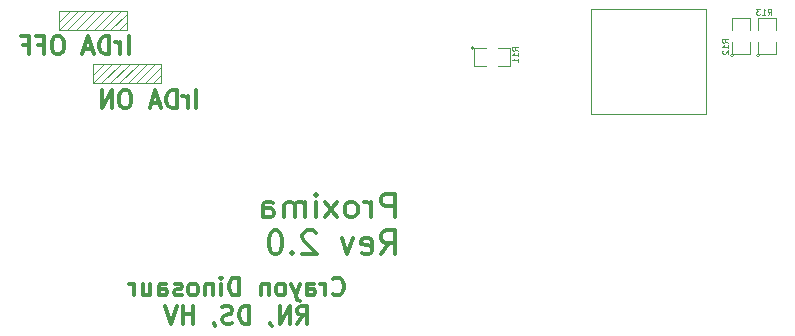
<source format=gbo>
G04 (created by PCBNEW (2013-jul-07)-stable) date Tue 03 Mar 2015 12:58:17 PM EST*
%MOIN*%
G04 Gerber Fmt 3.4, Leading zero omitted, Abs format*
%FSLAX34Y34*%
G01*
G70*
G90*
G04 APERTURE LIST*
%ADD10C,0.00590551*%
%ADD11C,0.00393701*%
%ADD12C,0.011811*%
%ADD13C,0.0039*%
%ADD14C,0.0043*%
G04 APERTURE END LIST*
G54D10*
G54D11*
X66840Y-46380D02*
X66840Y-47020D01*
X66840Y-47020D02*
X69100Y-47020D01*
X69100Y-47020D02*
X69100Y-46380D01*
X69100Y-46380D02*
X66840Y-46380D01*
X67200Y-46380D02*
X66840Y-46740D01*
X66840Y-47020D02*
X67480Y-46380D01*
X67120Y-47020D02*
X67760Y-46380D01*
X67420Y-47020D02*
X68060Y-46380D01*
X67720Y-47020D02*
X68360Y-46380D01*
X68000Y-47020D02*
X68640Y-46380D01*
X68280Y-47020D02*
X68920Y-46380D01*
X68560Y-47020D02*
X69100Y-46480D01*
X68840Y-47020D02*
X69100Y-46760D01*
G54D12*
X70274Y-47859D02*
X70274Y-47268D01*
X69993Y-47859D02*
X69993Y-47465D01*
X69993Y-47577D02*
X69965Y-47521D01*
X69937Y-47493D01*
X69881Y-47465D01*
X69824Y-47465D01*
X69628Y-47859D02*
X69628Y-47268D01*
X69487Y-47268D01*
X69403Y-47296D01*
X69346Y-47352D01*
X69318Y-47409D01*
X69290Y-47521D01*
X69290Y-47605D01*
X69318Y-47718D01*
X69346Y-47774D01*
X69403Y-47830D01*
X69487Y-47859D01*
X69628Y-47859D01*
X69065Y-47690D02*
X68784Y-47690D01*
X69121Y-47859D02*
X68924Y-47268D01*
X68728Y-47859D01*
X67968Y-47268D02*
X67856Y-47268D01*
X67800Y-47296D01*
X67743Y-47352D01*
X67715Y-47465D01*
X67715Y-47662D01*
X67743Y-47774D01*
X67800Y-47830D01*
X67856Y-47859D01*
X67968Y-47859D01*
X68025Y-47830D01*
X68081Y-47774D01*
X68109Y-47662D01*
X68109Y-47465D01*
X68081Y-47352D01*
X68025Y-47296D01*
X67968Y-47268D01*
X67462Y-47859D02*
X67462Y-47268D01*
X67125Y-47859D01*
X67125Y-47268D01*
X68031Y-46059D02*
X68031Y-45468D01*
X67750Y-46059D02*
X67750Y-45665D01*
X67750Y-45777D02*
X67722Y-45721D01*
X67694Y-45693D01*
X67637Y-45665D01*
X67581Y-45665D01*
X67384Y-46059D02*
X67384Y-45468D01*
X67244Y-45468D01*
X67159Y-45496D01*
X67103Y-45552D01*
X67075Y-45609D01*
X67047Y-45721D01*
X67047Y-45805D01*
X67075Y-45918D01*
X67103Y-45974D01*
X67159Y-46030D01*
X67244Y-46059D01*
X67384Y-46059D01*
X66822Y-45890D02*
X66541Y-45890D01*
X66878Y-46059D02*
X66681Y-45468D01*
X66484Y-46059D01*
X65725Y-45468D02*
X65613Y-45468D01*
X65556Y-45496D01*
X65500Y-45552D01*
X65472Y-45665D01*
X65472Y-45862D01*
X65500Y-45974D01*
X65556Y-46030D01*
X65613Y-46059D01*
X65725Y-46059D01*
X65781Y-46030D01*
X65838Y-45974D01*
X65866Y-45862D01*
X65866Y-45665D01*
X65838Y-45552D01*
X65781Y-45496D01*
X65725Y-45468D01*
X65022Y-45749D02*
X65219Y-45749D01*
X65219Y-46059D02*
X65219Y-45468D01*
X64938Y-45468D01*
X64516Y-45749D02*
X64713Y-45749D01*
X64713Y-46059D02*
X64713Y-45468D01*
X64432Y-45468D01*
G54D11*
X67700Y-45260D02*
X67960Y-45000D01*
X67420Y-45260D02*
X67960Y-44720D01*
X67140Y-45260D02*
X67780Y-44620D01*
X66860Y-45260D02*
X67500Y-44620D01*
X66580Y-45260D02*
X67220Y-44620D01*
X66280Y-45260D02*
X66920Y-44620D01*
X65980Y-45260D02*
X66620Y-44620D01*
X65700Y-45260D02*
X66340Y-44620D01*
X66060Y-44620D02*
X65700Y-44980D01*
X67960Y-44620D02*
X65700Y-44620D01*
X67960Y-45260D02*
X67960Y-44620D01*
X65700Y-45260D02*
X67960Y-45260D01*
X65700Y-44620D02*
X65700Y-45260D01*
G54D12*
X74831Y-54041D02*
X74859Y-54069D01*
X74943Y-54097D01*
X75000Y-54097D01*
X75084Y-54069D01*
X75140Y-54012D01*
X75168Y-53956D01*
X75196Y-53844D01*
X75196Y-53759D01*
X75168Y-53647D01*
X75140Y-53591D01*
X75084Y-53534D01*
X75000Y-53506D01*
X74943Y-53506D01*
X74859Y-53534D01*
X74831Y-53562D01*
X74578Y-54097D02*
X74578Y-53703D01*
X74578Y-53816D02*
X74550Y-53759D01*
X74521Y-53731D01*
X74465Y-53703D01*
X74409Y-53703D01*
X73959Y-54097D02*
X73959Y-53787D01*
X73987Y-53731D01*
X74043Y-53703D01*
X74156Y-53703D01*
X74212Y-53731D01*
X73959Y-54069D02*
X74015Y-54097D01*
X74156Y-54097D01*
X74212Y-54069D01*
X74240Y-54012D01*
X74240Y-53956D01*
X74212Y-53900D01*
X74156Y-53872D01*
X74015Y-53872D01*
X73959Y-53844D01*
X73734Y-53703D02*
X73593Y-54097D01*
X73453Y-53703D02*
X73593Y-54097D01*
X73650Y-54237D01*
X73678Y-54266D01*
X73734Y-54294D01*
X73143Y-54097D02*
X73200Y-54069D01*
X73228Y-54041D01*
X73256Y-53984D01*
X73256Y-53816D01*
X73228Y-53759D01*
X73200Y-53731D01*
X73143Y-53703D01*
X73059Y-53703D01*
X73003Y-53731D01*
X72975Y-53759D01*
X72947Y-53816D01*
X72947Y-53984D01*
X72975Y-54041D01*
X73003Y-54069D01*
X73059Y-54097D01*
X73143Y-54097D01*
X72694Y-53703D02*
X72694Y-54097D01*
X72694Y-53759D02*
X72665Y-53731D01*
X72609Y-53703D01*
X72525Y-53703D01*
X72469Y-53731D01*
X72440Y-53787D01*
X72440Y-54097D01*
X71709Y-54097D02*
X71709Y-53506D01*
X71569Y-53506D01*
X71484Y-53534D01*
X71428Y-53591D01*
X71400Y-53647D01*
X71372Y-53759D01*
X71372Y-53844D01*
X71400Y-53956D01*
X71428Y-54012D01*
X71484Y-54069D01*
X71569Y-54097D01*
X71709Y-54097D01*
X71119Y-54097D02*
X71119Y-53703D01*
X71119Y-53506D02*
X71147Y-53534D01*
X71119Y-53562D01*
X71091Y-53534D01*
X71119Y-53506D01*
X71119Y-53562D01*
X70838Y-53703D02*
X70838Y-54097D01*
X70838Y-53759D02*
X70809Y-53731D01*
X70753Y-53703D01*
X70669Y-53703D01*
X70613Y-53731D01*
X70584Y-53787D01*
X70584Y-54097D01*
X70219Y-54097D02*
X70275Y-54069D01*
X70303Y-54041D01*
X70331Y-53984D01*
X70331Y-53816D01*
X70303Y-53759D01*
X70275Y-53731D01*
X70219Y-53703D01*
X70134Y-53703D01*
X70078Y-53731D01*
X70050Y-53759D01*
X70022Y-53816D01*
X70022Y-53984D01*
X70050Y-54041D01*
X70078Y-54069D01*
X70134Y-54097D01*
X70219Y-54097D01*
X69797Y-54069D02*
X69741Y-54097D01*
X69628Y-54097D01*
X69572Y-54069D01*
X69544Y-54012D01*
X69544Y-53984D01*
X69572Y-53928D01*
X69628Y-53900D01*
X69713Y-53900D01*
X69769Y-53872D01*
X69797Y-53816D01*
X69797Y-53787D01*
X69769Y-53731D01*
X69713Y-53703D01*
X69628Y-53703D01*
X69572Y-53731D01*
X69038Y-54097D02*
X69038Y-53787D01*
X69066Y-53731D01*
X69122Y-53703D01*
X69235Y-53703D01*
X69291Y-53731D01*
X69038Y-54069D02*
X69094Y-54097D01*
X69235Y-54097D01*
X69291Y-54069D01*
X69319Y-54012D01*
X69319Y-53956D01*
X69291Y-53900D01*
X69235Y-53872D01*
X69094Y-53872D01*
X69038Y-53844D01*
X68503Y-53703D02*
X68503Y-54097D01*
X68757Y-53703D02*
X68757Y-54012D01*
X68728Y-54069D01*
X68672Y-54097D01*
X68588Y-54097D01*
X68532Y-54069D01*
X68503Y-54041D01*
X68222Y-54097D02*
X68222Y-53703D01*
X68222Y-53816D02*
X68194Y-53759D01*
X68166Y-53731D01*
X68110Y-53703D01*
X68053Y-53703D01*
X73650Y-55042D02*
X73847Y-54760D01*
X73987Y-55042D02*
X73987Y-54451D01*
X73762Y-54451D01*
X73706Y-54479D01*
X73678Y-54507D01*
X73650Y-54564D01*
X73650Y-54648D01*
X73678Y-54704D01*
X73706Y-54732D01*
X73762Y-54760D01*
X73987Y-54760D01*
X73397Y-55042D02*
X73397Y-54451D01*
X73059Y-55042D01*
X73059Y-54451D01*
X72750Y-55014D02*
X72750Y-55042D01*
X72778Y-55098D01*
X72806Y-55126D01*
X72047Y-55042D02*
X72047Y-54451D01*
X71906Y-54451D01*
X71822Y-54479D01*
X71766Y-54535D01*
X71737Y-54592D01*
X71709Y-54704D01*
X71709Y-54789D01*
X71737Y-54901D01*
X71766Y-54957D01*
X71822Y-55014D01*
X71906Y-55042D01*
X72047Y-55042D01*
X71484Y-55014D02*
X71400Y-55042D01*
X71259Y-55042D01*
X71203Y-55014D01*
X71175Y-54985D01*
X71147Y-54929D01*
X71147Y-54873D01*
X71175Y-54817D01*
X71203Y-54789D01*
X71259Y-54760D01*
X71372Y-54732D01*
X71428Y-54704D01*
X71456Y-54676D01*
X71484Y-54620D01*
X71484Y-54564D01*
X71456Y-54507D01*
X71428Y-54479D01*
X71372Y-54451D01*
X71231Y-54451D01*
X71147Y-54479D01*
X70866Y-55014D02*
X70866Y-55042D01*
X70894Y-55098D01*
X70922Y-55126D01*
X70163Y-55042D02*
X70163Y-54451D01*
X70163Y-54732D02*
X69825Y-54732D01*
X69825Y-55042D02*
X69825Y-54451D01*
X69628Y-54451D02*
X69431Y-55042D01*
X69235Y-54451D01*
X76899Y-51499D02*
X76899Y-50712D01*
X76599Y-50712D01*
X76524Y-50749D01*
X76486Y-50787D01*
X76449Y-50862D01*
X76449Y-50974D01*
X76486Y-51049D01*
X76524Y-51087D01*
X76599Y-51124D01*
X76899Y-51124D01*
X76111Y-51499D02*
X76111Y-50974D01*
X76111Y-51124D02*
X76074Y-51049D01*
X76036Y-51012D01*
X75961Y-50974D01*
X75886Y-50974D01*
X75511Y-51499D02*
X75586Y-51462D01*
X75624Y-51424D01*
X75661Y-51349D01*
X75661Y-51124D01*
X75624Y-51049D01*
X75586Y-51012D01*
X75511Y-50974D01*
X75399Y-50974D01*
X75324Y-51012D01*
X75286Y-51049D01*
X75249Y-51124D01*
X75249Y-51349D01*
X75286Y-51424D01*
X75324Y-51462D01*
X75399Y-51499D01*
X75511Y-51499D01*
X74986Y-51499D02*
X74574Y-50974D01*
X74986Y-50974D02*
X74574Y-51499D01*
X74274Y-51499D02*
X74274Y-50974D01*
X74274Y-50712D02*
X74311Y-50749D01*
X74274Y-50787D01*
X74236Y-50749D01*
X74274Y-50712D01*
X74274Y-50787D01*
X73899Y-51499D02*
X73899Y-50974D01*
X73899Y-51049D02*
X73862Y-51012D01*
X73787Y-50974D01*
X73674Y-50974D01*
X73599Y-51012D01*
X73562Y-51087D01*
X73562Y-51499D01*
X73562Y-51087D02*
X73524Y-51012D01*
X73449Y-50974D01*
X73337Y-50974D01*
X73262Y-51012D01*
X73224Y-51087D01*
X73224Y-51499D01*
X72512Y-51499D02*
X72512Y-51087D01*
X72549Y-51012D01*
X72624Y-50974D01*
X72774Y-50974D01*
X72849Y-51012D01*
X72512Y-51462D02*
X72587Y-51499D01*
X72774Y-51499D01*
X72849Y-51462D01*
X72887Y-51387D01*
X72887Y-51312D01*
X72849Y-51237D01*
X72774Y-51199D01*
X72587Y-51199D01*
X72512Y-51162D01*
X76449Y-52720D02*
X76711Y-52345D01*
X76899Y-52720D02*
X76899Y-51932D01*
X76599Y-51932D01*
X76524Y-51970D01*
X76486Y-52007D01*
X76449Y-52082D01*
X76449Y-52195D01*
X76486Y-52270D01*
X76524Y-52307D01*
X76599Y-52345D01*
X76899Y-52345D01*
X75811Y-52682D02*
X75886Y-52720D01*
X76036Y-52720D01*
X76111Y-52682D01*
X76149Y-52607D01*
X76149Y-52307D01*
X76111Y-52232D01*
X76036Y-52195D01*
X75886Y-52195D01*
X75811Y-52232D01*
X75774Y-52307D01*
X75774Y-52382D01*
X76149Y-52457D01*
X75511Y-52195D02*
X75324Y-52720D01*
X75136Y-52195D01*
X74274Y-52007D02*
X74236Y-51970D01*
X74161Y-51932D01*
X73974Y-51932D01*
X73899Y-51970D01*
X73862Y-52007D01*
X73824Y-52082D01*
X73824Y-52157D01*
X73862Y-52270D01*
X74311Y-52720D01*
X73824Y-52720D01*
X73487Y-52645D02*
X73449Y-52682D01*
X73487Y-52720D01*
X73524Y-52682D01*
X73487Y-52645D01*
X73487Y-52720D01*
X72962Y-51932D02*
X72887Y-51932D01*
X72812Y-51970D01*
X72774Y-52007D01*
X72737Y-52082D01*
X72699Y-52232D01*
X72699Y-52420D01*
X72737Y-52570D01*
X72774Y-52645D01*
X72812Y-52682D01*
X72887Y-52720D01*
X72962Y-52720D01*
X73037Y-52682D01*
X73074Y-52645D01*
X73112Y-52570D01*
X73149Y-52420D01*
X73149Y-52232D01*
X73112Y-52082D01*
X73074Y-52007D01*
X73037Y-51970D01*
X72962Y-51932D01*
G54D11*
X83430Y-44548D02*
X87269Y-44548D01*
X87269Y-44548D02*
X87269Y-48051D01*
X87269Y-48051D02*
X83430Y-48051D01*
X83430Y-48051D02*
X83430Y-44548D01*
G54D13*
X89050Y-46100D02*
G75*
G03X89050Y-46100I-50J0D01*
G74*
G01*
X89000Y-45650D02*
X89000Y-46050D01*
X89000Y-46050D02*
X89600Y-46050D01*
X89600Y-46050D02*
X89600Y-45650D01*
X89600Y-45250D02*
X89600Y-44850D01*
X89600Y-44850D02*
X89000Y-44850D01*
X89000Y-44850D02*
X89000Y-45250D01*
X79550Y-45850D02*
G75*
G03X79550Y-45850I-50J0D01*
G74*
G01*
X79950Y-45850D02*
X79550Y-45850D01*
X79550Y-45850D02*
X79550Y-46450D01*
X79550Y-46450D02*
X79950Y-46450D01*
X80350Y-46450D02*
X80750Y-46450D01*
X80750Y-46450D02*
X80750Y-45850D01*
X80750Y-45850D02*
X80350Y-45850D01*
X88200Y-46100D02*
G75*
G03X88200Y-46100I-50J0D01*
G74*
G01*
X88150Y-45650D02*
X88150Y-46050D01*
X88150Y-46050D02*
X88750Y-46050D01*
X88750Y-46050D02*
X88750Y-45650D01*
X88750Y-45250D02*
X88750Y-44850D01*
X88750Y-44850D02*
X88150Y-44850D01*
X88150Y-44850D02*
X88150Y-45250D01*
G54D14*
X89328Y-44742D02*
X89393Y-44648D01*
X89440Y-44742D02*
X89440Y-44545D01*
X89365Y-44545D01*
X89346Y-44554D01*
X89337Y-44564D01*
X89328Y-44582D01*
X89328Y-44611D01*
X89337Y-44629D01*
X89346Y-44639D01*
X89365Y-44648D01*
X89440Y-44648D01*
X89140Y-44742D02*
X89253Y-44742D01*
X89196Y-44742D02*
X89196Y-44545D01*
X89215Y-44573D01*
X89234Y-44592D01*
X89253Y-44601D01*
X89074Y-44545D02*
X88952Y-44545D01*
X89018Y-44620D01*
X88990Y-44620D01*
X88971Y-44629D01*
X88962Y-44639D01*
X88952Y-44657D01*
X88952Y-44704D01*
X88962Y-44723D01*
X88971Y-44732D01*
X88990Y-44742D01*
X89046Y-44742D01*
X89065Y-44732D01*
X89074Y-44723D01*
X81017Y-45944D02*
X80923Y-45878D01*
X81017Y-45832D02*
X80820Y-45832D01*
X80820Y-45907D01*
X80829Y-45925D01*
X80838Y-45935D01*
X80857Y-45944D01*
X80885Y-45944D01*
X80904Y-45935D01*
X80913Y-45925D01*
X80923Y-45907D01*
X80923Y-45832D01*
X81017Y-46132D02*
X81017Y-46019D01*
X81017Y-46075D02*
X80820Y-46075D01*
X80848Y-46057D01*
X80867Y-46038D01*
X80876Y-46019D01*
X81017Y-46319D02*
X81017Y-46207D01*
X81017Y-46263D02*
X80820Y-46263D01*
X80848Y-46244D01*
X80867Y-46226D01*
X80876Y-46207D01*
X88017Y-45677D02*
X87924Y-45612D01*
X88017Y-45565D02*
X87820Y-45565D01*
X87820Y-45640D01*
X87830Y-45658D01*
X87839Y-45668D01*
X87858Y-45677D01*
X87886Y-45677D01*
X87905Y-45668D01*
X87914Y-45658D01*
X87924Y-45640D01*
X87924Y-45565D01*
X88017Y-45865D02*
X88017Y-45752D01*
X88017Y-45809D02*
X87820Y-45809D01*
X87849Y-45790D01*
X87867Y-45771D01*
X87877Y-45752D01*
X87839Y-45940D02*
X87830Y-45949D01*
X87820Y-45968D01*
X87820Y-46015D01*
X87830Y-46034D01*
X87839Y-46043D01*
X87858Y-46052D01*
X87877Y-46052D01*
X87905Y-46043D01*
X88017Y-45930D01*
X88017Y-46052D01*
M02*

</source>
